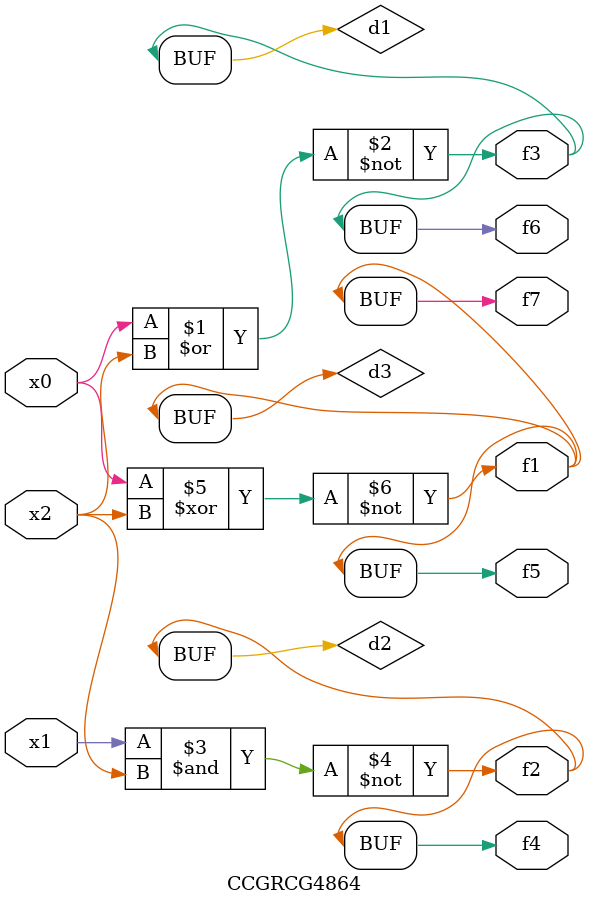
<source format=v>
module CCGRCG4864(
	input x0, x1, x2,
	output f1, f2, f3, f4, f5, f6, f7
);

	wire d1, d2, d3;

	nor (d1, x0, x2);
	nand (d2, x1, x2);
	xnor (d3, x0, x2);
	assign f1 = d3;
	assign f2 = d2;
	assign f3 = d1;
	assign f4 = d2;
	assign f5 = d3;
	assign f6 = d1;
	assign f7 = d3;
endmodule

</source>
